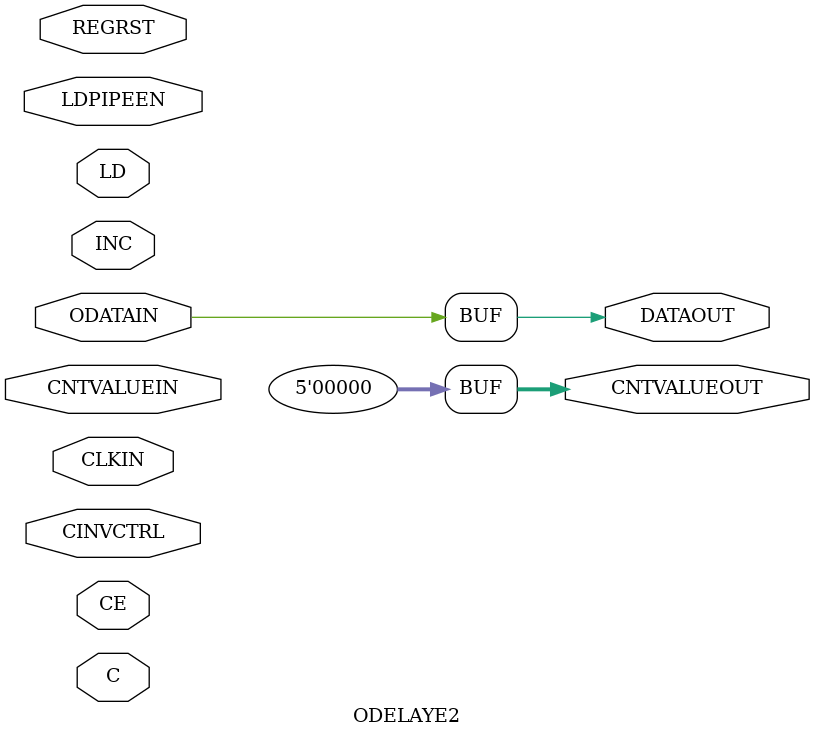
<source format=v>
module ODELAYE2(	// file.cleaned.mlir:2:3
  input        C,	// file.cleaned.mlir:2:26
               CE,	// file.cleaned.mlir:2:38
               CINVCTRL,	// file.cleaned.mlir:2:51
               CLKIN,	// file.cleaned.mlir:2:70
  input  [4:0] CNTVALUEIN,	// file.cleaned.mlir:2:86
  input        INC,	// file.cleaned.mlir:2:107
               LD,	// file.cleaned.mlir:2:121
               LDPIPEEN,	// file.cleaned.mlir:2:134
               ODATAIN,	// file.cleaned.mlir:2:153
               REGRST,	// file.cleaned.mlir:2:171
  output [4:0] CNTVALUEOUT,	// file.cleaned.mlir:2:189
  output       DATAOUT	// file.cleaned.mlir:2:211
);

  assign CNTVALUEOUT = 5'h0;	// file.cleaned.mlir:3:14, :4:5
  assign DATAOUT = ODATAIN;	// file.cleaned.mlir:4:5
endmodule


</source>
